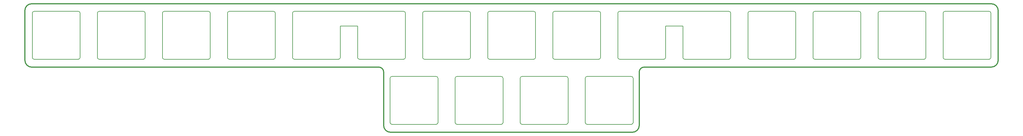
<source format=gm1>
G04 #@! TF.GenerationSoftware,KiCad,Pcbnew,7.0.1-0*
G04 #@! TF.CreationDate,2023-05-14T12:23:05+09:00*
G04 #@! TF.ProjectId,Sandy_Plate_Top,53616e64-795f-4506-9c61-74655f546f70,v.0*
G04 #@! TF.SameCoordinates,Original*
G04 #@! TF.FileFunction,Profile,NP*
%FSLAX46Y46*%
G04 Gerber Fmt 4.6, Leading zero omitted, Abs format (unit mm)*
G04 Created by KiCad (PCBNEW 7.0.1-0) date 2023-05-14 12:23:05*
%MOMM*%
%LPD*%
G01*
G04 APERTURE LIST*
G04 #@! TA.AperFunction,Profile*
%ADD10C,0.300000*%
G04 #@! TD*
G04 #@! TA.AperFunction,Profile*
%ADD11C,0.150000*%
G04 #@! TD*
G04 APERTURE END LIST*
D10*
X15469524Y-34324937D02*
X15455310Y-19778365D01*
X17469524Y-36324937D02*
X119073778Y-36314151D01*
D11*
X17630310Y-20503405D02*
X17630310Y-33503405D01*
X18130310Y-20003405D02*
X31130310Y-20003405D01*
X18130310Y-34003405D02*
X31130310Y-34003405D01*
X31630310Y-33503405D02*
X31630310Y-20503405D01*
X36680310Y-20503405D02*
X36680310Y-33503405D01*
X37180310Y-20003405D02*
X50180310Y-20003405D01*
X37180310Y-34003405D02*
X50180310Y-34003405D01*
X50680310Y-33503405D02*
X50680310Y-20503405D01*
X55730310Y-20503405D02*
X55730310Y-33503405D01*
X56230310Y-20003405D02*
X69230310Y-20003405D01*
X56230310Y-34003405D02*
X69230310Y-34003405D01*
X69730310Y-33503405D02*
X69730310Y-20503405D01*
X74780310Y-20503405D02*
X74780310Y-33503405D01*
X75280310Y-20003405D02*
X88280310Y-20003405D01*
X75280310Y-34003405D02*
X88280310Y-34003405D01*
X88780310Y-33503405D02*
X88780310Y-20503405D01*
X93830310Y-20503405D02*
X93830310Y-33503405D01*
X94330310Y-20003405D02*
X126380310Y-20003405D01*
X94330310Y-34003405D02*
X107330310Y-34003405D01*
X107830310Y-24278405D02*
X112880310Y-24278405D01*
X107830310Y-33503405D02*
X107830310Y-24278405D01*
X112880310Y-24278405D02*
X112880310Y-33503405D01*
X113380310Y-34003405D02*
X126380310Y-34003405D01*
D10*
X120509524Y-53378365D02*
X120509524Y-37749897D01*
D11*
X122405310Y-39553405D02*
X122405310Y-52553405D01*
D10*
X122509524Y-55378365D02*
X193355310Y-55378365D01*
D11*
X122905310Y-39053405D02*
X135905310Y-39053405D01*
X122905310Y-53053405D02*
X135905310Y-53053405D01*
X126880310Y-33503405D02*
X126880310Y-20503405D01*
X131930310Y-20503405D02*
X131930310Y-33503405D01*
X132430310Y-20003405D02*
X145430310Y-20003405D01*
X132430310Y-34003405D02*
X145430310Y-34003405D01*
X136405310Y-52553405D02*
X136405310Y-39553405D01*
X141455310Y-39553405D02*
X141455310Y-52553405D01*
X141955310Y-39053405D02*
X154955310Y-39053405D01*
X141955310Y-53053405D02*
X154955310Y-53053405D01*
X145930310Y-33503405D02*
X145930310Y-20503405D01*
X150980310Y-20503405D02*
X150980310Y-33503405D01*
X151480310Y-20003405D02*
X164480310Y-20003405D01*
X151480310Y-34003405D02*
X164480310Y-34003405D01*
X155455310Y-52553405D02*
X155455310Y-39553405D01*
X160505310Y-39553405D02*
X160505310Y-52553405D01*
X161005310Y-39053405D02*
X174005310Y-39053405D01*
X161005310Y-53053405D02*
X174005310Y-53053405D01*
X164980310Y-33503405D02*
X164980310Y-20503405D01*
X170030310Y-20503405D02*
X170030310Y-33503405D01*
X170530310Y-20003405D02*
X183530310Y-20003405D01*
X170530310Y-34003405D02*
X183530310Y-34003405D01*
X174505310Y-52553405D02*
X174505310Y-39553405D01*
X179555310Y-39553405D02*
X179555310Y-52553405D01*
X180055310Y-39053405D02*
X193055310Y-39053405D01*
X180055310Y-53053405D02*
X193055310Y-53053405D01*
X184030310Y-33503405D02*
X184030310Y-20503405D01*
X189080310Y-20503405D02*
X189080310Y-33503405D01*
X189580310Y-20003405D02*
X221630310Y-20003405D01*
X189580310Y-34003405D02*
X202580310Y-34003405D01*
X193555310Y-52553405D02*
X193555310Y-39553405D01*
D10*
X195355310Y-53378365D02*
X195355310Y-37749897D01*
X196791056Y-36314151D02*
X298455310Y-36314151D01*
D11*
X203080310Y-24278405D02*
X208130310Y-24278405D01*
X203080310Y-33503405D02*
X203080310Y-24278405D01*
X208130310Y-24278405D02*
X208130310Y-33503405D01*
X208630310Y-34003405D02*
X221630310Y-34003405D01*
X222130310Y-33503405D02*
X222130310Y-20503405D01*
X227180310Y-20503405D02*
X227180310Y-33503405D01*
X227680310Y-20003405D02*
X240680310Y-20003405D01*
X227680310Y-34003405D02*
X240680310Y-34003405D01*
X241180310Y-33503405D02*
X241180310Y-20503405D01*
X246230310Y-20503405D02*
X246230310Y-33503405D01*
X246730310Y-20003405D02*
X259730310Y-20003405D01*
X246730310Y-34003405D02*
X259730310Y-34003405D01*
X260230310Y-33503405D02*
X260230310Y-20503405D01*
X265280310Y-20503405D02*
X265280310Y-33503405D01*
X265780310Y-20003405D02*
X278780310Y-20003405D01*
X265780310Y-34003405D02*
X278780310Y-34003405D01*
X279280310Y-33503405D02*
X279280310Y-20503405D01*
X284330310Y-20503405D02*
X284330310Y-33503405D01*
X284830310Y-20003405D02*
X297830310Y-20003405D01*
X284830310Y-34003405D02*
X297830310Y-34003405D01*
X298330310Y-33503405D02*
X298330310Y-20503405D01*
D10*
X298455310Y-17778365D02*
X17455310Y-17778365D01*
X300455310Y-34314151D02*
X300455310Y-19778365D01*
X17455310Y-17778365D02*
G75*
G03*
X15455310Y-19778365I-1J-1999999D01*
G01*
X15469524Y-34324937D02*
G75*
G03*
X17469524Y-36324937I1999999J-1D01*
G01*
D11*
X18130310Y-20003405D02*
G75*
G03*
X17630310Y-20503405I1J-500001D01*
G01*
X17630310Y-33503405D02*
G75*
G03*
X18130310Y-34003405I500001J1D01*
G01*
X31630310Y-20503405D02*
G75*
G03*
X31130310Y-20003405I-500001J-1D01*
G01*
X31130310Y-34003405D02*
G75*
G03*
X31630310Y-33503405I-1J500001D01*
G01*
X37180310Y-20003405D02*
G75*
G03*
X36680310Y-20503405I1J-500001D01*
G01*
X36680310Y-33503405D02*
G75*
G03*
X37180310Y-34003405I500001J1D01*
G01*
X50680310Y-20503405D02*
G75*
G03*
X50180310Y-20003405I-500001J-1D01*
G01*
X50180310Y-34003405D02*
G75*
G03*
X50680310Y-33503405I-1J500001D01*
G01*
X56230310Y-20003405D02*
G75*
G03*
X55730310Y-20503405I1J-500001D01*
G01*
X55730310Y-33503405D02*
G75*
G03*
X56230310Y-34003405I500001J1D01*
G01*
X69730310Y-20503405D02*
G75*
G03*
X69230310Y-20003405I-500001J-1D01*
G01*
X69230310Y-34003405D02*
G75*
G03*
X69730310Y-33503405I-1J500001D01*
G01*
X75280310Y-20003405D02*
G75*
G03*
X74780310Y-20503405I1J-500001D01*
G01*
X74780310Y-33503405D02*
G75*
G03*
X75280310Y-34003405I500001J1D01*
G01*
X88780310Y-20503405D02*
G75*
G03*
X88280310Y-20003405I-500001J-1D01*
G01*
X88280310Y-34003405D02*
G75*
G03*
X88780310Y-33503405I-1J500001D01*
G01*
X94330310Y-20003405D02*
G75*
G03*
X93830310Y-20503405I1J-500001D01*
G01*
X93830310Y-33503405D02*
G75*
G03*
X94330310Y-34003405I500001J1D01*
G01*
X107330310Y-34003405D02*
G75*
G03*
X107830310Y-33503405I-1J500001D01*
G01*
X112880310Y-33503405D02*
G75*
G03*
X113380310Y-34003405I500001J1D01*
G01*
D10*
X120509524Y-37749897D02*
G75*
G03*
X119073778Y-36314151I-1435745J1D01*
G01*
D11*
X122905310Y-39053405D02*
G75*
G03*
X122405310Y-39553405I1J-500001D01*
G01*
D10*
X120509524Y-53378365D02*
G75*
G03*
X122509524Y-55378365I1999999J-1D01*
G01*
D11*
X122405310Y-52553405D02*
G75*
G03*
X122905310Y-53053405I500001J1D01*
G01*
X126880310Y-20503405D02*
G75*
G03*
X126380310Y-20003405I-500001J-1D01*
G01*
X126380310Y-34003405D02*
G75*
G03*
X126880310Y-33503405I-1J500001D01*
G01*
X132430310Y-20003405D02*
G75*
G03*
X131930310Y-20503405I1J-500001D01*
G01*
X131930310Y-33503405D02*
G75*
G03*
X132430310Y-34003405I500001J1D01*
G01*
X136405310Y-39553405D02*
G75*
G03*
X135905310Y-39053405I-500001J-1D01*
G01*
X135905310Y-53053405D02*
G75*
G03*
X136405310Y-52553405I-1J500001D01*
G01*
X141955310Y-39053405D02*
G75*
G03*
X141455310Y-39553405I1J-500001D01*
G01*
X141455310Y-52553405D02*
G75*
G03*
X141955310Y-53053405I500001J1D01*
G01*
X145930310Y-20503405D02*
G75*
G03*
X145430310Y-20003405I-500001J-1D01*
G01*
X145430310Y-34003405D02*
G75*
G03*
X145930310Y-33503405I-1J500001D01*
G01*
X151480310Y-20003405D02*
G75*
G03*
X150980310Y-20503405I1J-500001D01*
G01*
X150980310Y-33503405D02*
G75*
G03*
X151480310Y-34003405I500001J1D01*
G01*
X155455310Y-39553405D02*
G75*
G03*
X154955310Y-39053405I-500001J-1D01*
G01*
X154955310Y-53053405D02*
G75*
G03*
X155455310Y-52553405I-1J500001D01*
G01*
X161005310Y-39053405D02*
G75*
G03*
X160505310Y-39553405I0J-500000D01*
G01*
X160505310Y-52553405D02*
G75*
G03*
X161005310Y-53053405I500000J0D01*
G01*
X164980310Y-20503405D02*
G75*
G03*
X164480310Y-20003405I-500000J0D01*
G01*
X164480310Y-34003405D02*
G75*
G03*
X164980310Y-33503405I0J500000D01*
G01*
X170530310Y-20003405D02*
G75*
G03*
X170030310Y-20503405I0J-500000D01*
G01*
X170030310Y-33503405D02*
G75*
G03*
X170530310Y-34003405I500000J0D01*
G01*
X174505310Y-39553405D02*
G75*
G03*
X174005310Y-39053405I-500000J0D01*
G01*
X174005310Y-53053405D02*
G75*
G03*
X174505310Y-52553405I0J500000D01*
G01*
X180055310Y-39053405D02*
G75*
G03*
X179555310Y-39553405I0J-500000D01*
G01*
X179555310Y-52553405D02*
G75*
G03*
X180055310Y-53053405I500000J0D01*
G01*
X184030310Y-20503405D02*
G75*
G03*
X183530310Y-20003405I-500000J0D01*
G01*
X183530310Y-34003405D02*
G75*
G03*
X184030310Y-33503405I0J500000D01*
G01*
X189580310Y-20003405D02*
G75*
G03*
X189080310Y-20503405I0J-500000D01*
G01*
X189080310Y-33503405D02*
G75*
G03*
X189580310Y-34003405I500000J0D01*
G01*
X193555310Y-39553405D02*
G75*
G03*
X193055310Y-39053405I-500000J0D01*
G01*
X193055310Y-53053405D02*
G75*
G03*
X193555310Y-52553405I0J500000D01*
G01*
D10*
X196791056Y-36314205D02*
G75*
G03*
X195355310Y-37749897I-46J-1435700D01*
G01*
X193355310Y-55378365D02*
G75*
G03*
X195355310Y-53378365I-20J2000020D01*
G01*
D11*
X202580310Y-34003405D02*
G75*
G03*
X203080310Y-33503405I0J500000D01*
G01*
X208130310Y-33503405D02*
G75*
G03*
X208630310Y-34003405I500000J0D01*
G01*
X222130310Y-20503405D02*
G75*
G03*
X221630310Y-20003405I-500000J0D01*
G01*
X221630310Y-34003405D02*
G75*
G03*
X222130310Y-33503405I0J500000D01*
G01*
X227680310Y-20003405D02*
G75*
G03*
X227180310Y-20503405I0J-500000D01*
G01*
X227180310Y-33503405D02*
G75*
G03*
X227680310Y-34003405I500000J0D01*
G01*
X241180310Y-20503405D02*
G75*
G03*
X240680310Y-20003405I-500000J0D01*
G01*
X240680310Y-34003405D02*
G75*
G03*
X241180310Y-33503405I0J500000D01*
G01*
X246730310Y-20003405D02*
G75*
G03*
X246230310Y-20503405I0J-500000D01*
G01*
X246230310Y-33503405D02*
G75*
G03*
X246730310Y-34003405I500000J0D01*
G01*
X260230310Y-20503405D02*
G75*
G03*
X259730310Y-20003405I-500000J0D01*
G01*
X259730310Y-34003405D02*
G75*
G03*
X260230310Y-33503405I0J500000D01*
G01*
X265780310Y-20003405D02*
G75*
G03*
X265280310Y-20503405I0J-500000D01*
G01*
X265280310Y-33503405D02*
G75*
G03*
X265780310Y-34003405I500000J0D01*
G01*
X279280310Y-20503405D02*
G75*
G03*
X278780310Y-20003405I-500000J0D01*
G01*
X278780310Y-34003405D02*
G75*
G03*
X279280310Y-33503405I0J500000D01*
G01*
X284830310Y-20003405D02*
G75*
G03*
X284330310Y-20503405I0J-500000D01*
G01*
X284330310Y-33503405D02*
G75*
G03*
X284830310Y-34003405I500000J0D01*
G01*
X298330310Y-20503405D02*
G75*
G03*
X297830310Y-20003405I-500000J0D01*
G01*
X297830310Y-34003405D02*
G75*
G03*
X298330310Y-33503405I0J500000D01*
G01*
D10*
X300455350Y-19778365D02*
G75*
G03*
X298455310Y-17778365I-1999940J60D01*
G01*
X298455310Y-36314105D02*
G75*
G03*
X300455310Y-34314151I0J2000000D01*
G01*
M02*

</source>
